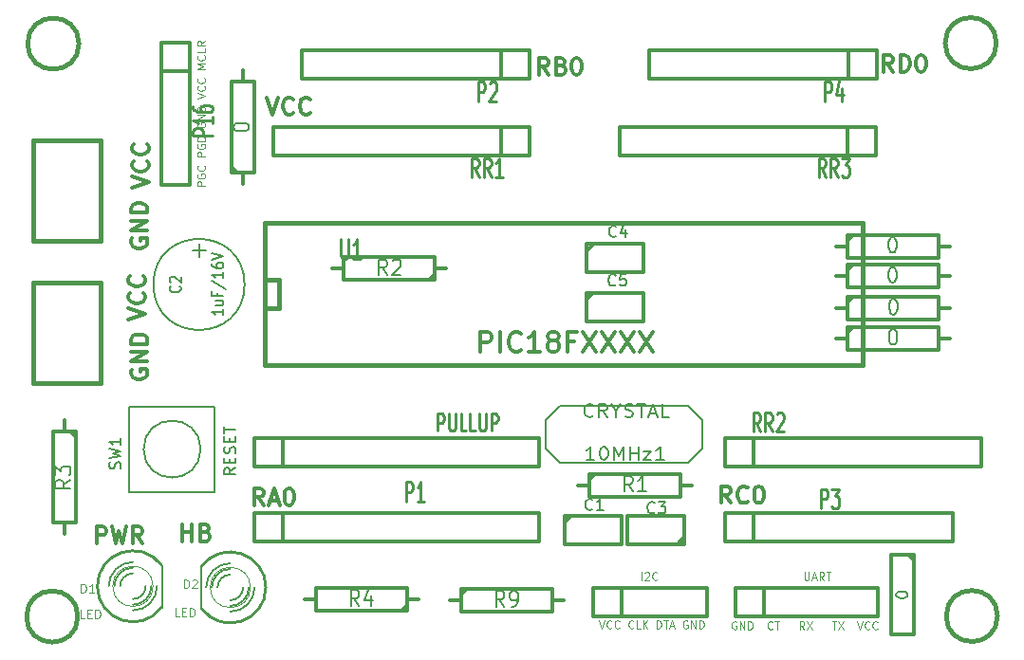
<source format=gto>
G04 (created by PCBNEW (2013-07-07 BZR 4022)-stable) date 9/17/2014 12:18:49 PM*
%MOIN*%
G04 Gerber Fmt 3.4, Leading zero omitted, Abs format*
%FSLAX34Y34*%
G01*
G70*
G90*
G04 APERTURE LIST*
%ADD10C,0.00590551*%
%ADD11C,0.00492126*%
%ADD12C,0.011811*%
%ADD13C,0.012*%
%ADD14C,0.015*%
%ADD15C,0.008*%
%ADD16C,0.003*%
%ADD17C,0.01*%
%ADD18C,0.006*%
%ADD19C,0.005*%
%ADD20C,0.0107*%
%ADD21C,0.01125*%
%ADD22C,0.0035*%
G04 APERTURE END LIST*
G54D10*
G54D11*
X75601Y-62826D02*
X75601Y-63049D01*
X75614Y-63075D01*
X75627Y-63088D01*
X75653Y-63102D01*
X75706Y-63102D01*
X75732Y-63088D01*
X75745Y-63075D01*
X75758Y-63049D01*
X75758Y-62826D01*
X75876Y-63023D02*
X76008Y-63023D01*
X75850Y-63102D02*
X75942Y-62826D01*
X76034Y-63102D01*
X76283Y-63102D02*
X76191Y-62970D01*
X76126Y-63102D02*
X76126Y-62826D01*
X76231Y-62826D01*
X76257Y-62839D01*
X76270Y-62852D01*
X76283Y-62879D01*
X76283Y-62918D01*
X76270Y-62944D01*
X76257Y-62957D01*
X76231Y-62970D01*
X76126Y-62970D01*
X76362Y-62826D02*
X76519Y-62826D01*
X76441Y-63102D02*
X76441Y-62826D01*
X69871Y-63102D02*
X69871Y-62826D01*
X69990Y-62852D02*
X70003Y-62839D01*
X70029Y-62826D01*
X70095Y-62826D01*
X70121Y-62839D01*
X70134Y-62852D01*
X70147Y-62879D01*
X70147Y-62905D01*
X70134Y-62944D01*
X69976Y-63102D01*
X70147Y-63102D01*
X70423Y-63075D02*
X70409Y-63088D01*
X70370Y-63102D01*
X70344Y-63102D01*
X70304Y-63088D01*
X70278Y-63062D01*
X70265Y-63036D01*
X70252Y-62983D01*
X70252Y-62944D01*
X70265Y-62892D01*
X70278Y-62865D01*
X70304Y-62839D01*
X70344Y-62826D01*
X70370Y-62826D01*
X70409Y-62839D01*
X70423Y-62852D01*
G54D12*
X50728Y-61813D02*
X50728Y-61223D01*
X50953Y-61223D01*
X51009Y-61251D01*
X51037Y-61279D01*
X51065Y-61335D01*
X51065Y-61420D01*
X51037Y-61476D01*
X51009Y-61504D01*
X50953Y-61532D01*
X50728Y-61532D01*
X51262Y-61223D02*
X51403Y-61813D01*
X51515Y-61392D01*
X51628Y-61813D01*
X51768Y-61223D01*
X52331Y-61813D02*
X52134Y-61532D01*
X51993Y-61813D02*
X51993Y-61223D01*
X52218Y-61223D01*
X52275Y-61251D01*
X52303Y-61279D01*
X52331Y-61335D01*
X52331Y-61420D01*
X52303Y-61476D01*
X52275Y-61504D01*
X52218Y-61532D01*
X51993Y-61532D01*
G54D11*
X73200Y-64573D02*
X73174Y-64560D01*
X73135Y-64560D01*
X73095Y-64573D01*
X73069Y-64599D01*
X73056Y-64625D01*
X73043Y-64678D01*
X73043Y-64717D01*
X73056Y-64770D01*
X73069Y-64796D01*
X73095Y-64822D01*
X73135Y-64835D01*
X73161Y-64835D01*
X73200Y-64822D01*
X73213Y-64809D01*
X73213Y-64717D01*
X73161Y-64717D01*
X73332Y-64835D02*
X73332Y-64560D01*
X73489Y-64835D01*
X73489Y-64560D01*
X73620Y-64835D02*
X73620Y-64560D01*
X73686Y-64560D01*
X73725Y-64573D01*
X73751Y-64599D01*
X73765Y-64625D01*
X73778Y-64678D01*
X73778Y-64717D01*
X73765Y-64770D01*
X73751Y-64796D01*
X73725Y-64822D01*
X73686Y-64835D01*
X73620Y-64835D01*
X74473Y-64809D02*
X74460Y-64822D01*
X74421Y-64835D01*
X74395Y-64835D01*
X74355Y-64822D01*
X74329Y-64796D01*
X74316Y-64770D01*
X74303Y-64717D01*
X74303Y-64678D01*
X74316Y-64625D01*
X74329Y-64599D01*
X74355Y-64573D01*
X74395Y-64560D01*
X74421Y-64560D01*
X74460Y-64573D01*
X74473Y-64586D01*
X74552Y-64560D02*
X74709Y-64560D01*
X74631Y-64835D02*
X74631Y-64560D01*
X75589Y-64835D02*
X75497Y-64704D01*
X75431Y-64835D02*
X75431Y-64560D01*
X75536Y-64560D01*
X75562Y-64573D01*
X75576Y-64586D01*
X75589Y-64612D01*
X75589Y-64652D01*
X75576Y-64678D01*
X75562Y-64691D01*
X75536Y-64704D01*
X75431Y-64704D01*
X75681Y-64560D02*
X75864Y-64835D01*
X75864Y-64560D02*
X75681Y-64835D01*
X76560Y-64560D02*
X76717Y-64560D01*
X76639Y-64835D02*
X76639Y-64560D01*
X76783Y-64560D02*
X76967Y-64835D01*
X76967Y-64560D02*
X76783Y-64835D01*
X77452Y-64560D02*
X77544Y-64835D01*
X77636Y-64560D01*
X77885Y-64809D02*
X77872Y-64822D01*
X77833Y-64835D01*
X77807Y-64835D01*
X77767Y-64822D01*
X77741Y-64796D01*
X77728Y-64770D01*
X77715Y-64717D01*
X77715Y-64678D01*
X77728Y-64625D01*
X77741Y-64599D01*
X77767Y-64573D01*
X77807Y-64560D01*
X77833Y-64560D01*
X77872Y-64573D01*
X77885Y-64586D01*
X78161Y-64809D02*
X78148Y-64822D01*
X78108Y-64835D01*
X78082Y-64835D01*
X78043Y-64822D01*
X78017Y-64796D01*
X78003Y-64770D01*
X77990Y-64717D01*
X77990Y-64678D01*
X78003Y-64625D01*
X78017Y-64599D01*
X78043Y-64573D01*
X78082Y-64560D01*
X78108Y-64560D01*
X78148Y-64573D01*
X78161Y-64586D01*
X68390Y-64526D02*
X68482Y-64802D01*
X68574Y-64526D01*
X68823Y-64775D02*
X68810Y-64788D01*
X68771Y-64802D01*
X68744Y-64802D01*
X68705Y-64788D01*
X68679Y-64762D01*
X68666Y-64736D01*
X68653Y-64683D01*
X68653Y-64644D01*
X68666Y-64592D01*
X68679Y-64565D01*
X68705Y-64539D01*
X68744Y-64526D01*
X68771Y-64526D01*
X68810Y-64539D01*
X68823Y-64552D01*
X69099Y-64775D02*
X69086Y-64788D01*
X69046Y-64802D01*
X69020Y-64802D01*
X68981Y-64788D01*
X68954Y-64762D01*
X68941Y-64736D01*
X68928Y-64683D01*
X68928Y-64644D01*
X68941Y-64592D01*
X68954Y-64565D01*
X68981Y-64539D01*
X69020Y-64526D01*
X69046Y-64526D01*
X69086Y-64539D01*
X69099Y-64552D01*
X69584Y-64775D02*
X69571Y-64788D01*
X69532Y-64802D01*
X69506Y-64802D01*
X69466Y-64788D01*
X69440Y-64762D01*
X69427Y-64736D01*
X69414Y-64683D01*
X69414Y-64644D01*
X69427Y-64592D01*
X69440Y-64565D01*
X69466Y-64539D01*
X69506Y-64526D01*
X69532Y-64526D01*
X69571Y-64539D01*
X69584Y-64552D01*
X69834Y-64802D02*
X69702Y-64802D01*
X69702Y-64526D01*
X69925Y-64802D02*
X69925Y-64526D01*
X70083Y-64802D02*
X69965Y-64644D01*
X70083Y-64526D02*
X69925Y-64683D01*
X70411Y-64802D02*
X70411Y-64526D01*
X70477Y-64526D01*
X70516Y-64539D01*
X70542Y-64565D01*
X70555Y-64592D01*
X70569Y-64644D01*
X70569Y-64683D01*
X70555Y-64736D01*
X70542Y-64762D01*
X70516Y-64788D01*
X70477Y-64802D01*
X70411Y-64802D01*
X70647Y-64526D02*
X70805Y-64526D01*
X70726Y-64802D02*
X70726Y-64526D01*
X70883Y-64723D02*
X71015Y-64723D01*
X70857Y-64802D02*
X70949Y-64526D01*
X71041Y-64802D01*
X71487Y-64539D02*
X71461Y-64526D01*
X71422Y-64526D01*
X71382Y-64539D01*
X71356Y-64565D01*
X71343Y-64592D01*
X71330Y-64644D01*
X71330Y-64683D01*
X71343Y-64736D01*
X71356Y-64762D01*
X71382Y-64788D01*
X71422Y-64802D01*
X71448Y-64802D01*
X71487Y-64788D01*
X71500Y-64775D01*
X71500Y-64683D01*
X71448Y-64683D01*
X71618Y-64802D02*
X71618Y-64526D01*
X71776Y-64802D01*
X71776Y-64526D01*
X71907Y-64802D02*
X71907Y-64526D01*
X71973Y-64526D01*
X72012Y-64539D01*
X72038Y-64565D01*
X72051Y-64592D01*
X72065Y-64644D01*
X72065Y-64683D01*
X72051Y-64736D01*
X72038Y-64762D01*
X72012Y-64788D01*
X71973Y-64802D01*
X71907Y-64802D01*
X54543Y-49257D02*
X54267Y-49257D01*
X54267Y-49152D01*
X54280Y-49126D01*
X54293Y-49113D01*
X54319Y-49099D01*
X54359Y-49099D01*
X54385Y-49113D01*
X54398Y-49126D01*
X54411Y-49152D01*
X54411Y-49257D01*
X54280Y-48837D02*
X54267Y-48863D01*
X54267Y-48903D01*
X54280Y-48942D01*
X54306Y-48968D01*
X54333Y-48981D01*
X54385Y-48995D01*
X54424Y-48995D01*
X54477Y-48981D01*
X54503Y-48968D01*
X54529Y-48942D01*
X54543Y-48903D01*
X54543Y-48876D01*
X54529Y-48837D01*
X54516Y-48824D01*
X54424Y-48824D01*
X54424Y-48876D01*
X54516Y-48548D02*
X54529Y-48561D01*
X54543Y-48601D01*
X54543Y-48627D01*
X54529Y-48666D01*
X54503Y-48693D01*
X54477Y-48706D01*
X54424Y-48719D01*
X54385Y-48719D01*
X54333Y-48706D01*
X54306Y-48693D01*
X54280Y-48666D01*
X54267Y-48627D01*
X54267Y-48601D01*
X54280Y-48561D01*
X54293Y-48548D01*
X54543Y-48220D02*
X54267Y-48220D01*
X54267Y-48115D01*
X54280Y-48089D01*
X54293Y-48076D01*
X54319Y-48063D01*
X54359Y-48063D01*
X54385Y-48076D01*
X54398Y-48089D01*
X54411Y-48115D01*
X54411Y-48220D01*
X54280Y-47800D02*
X54267Y-47827D01*
X54267Y-47866D01*
X54280Y-47905D01*
X54306Y-47932D01*
X54333Y-47945D01*
X54385Y-47958D01*
X54424Y-47958D01*
X54477Y-47945D01*
X54503Y-47932D01*
X54529Y-47905D01*
X54543Y-47866D01*
X54543Y-47840D01*
X54529Y-47800D01*
X54516Y-47787D01*
X54424Y-47787D01*
X54424Y-47840D01*
X54543Y-47669D02*
X54267Y-47669D01*
X54267Y-47603D01*
X54280Y-47564D01*
X54306Y-47538D01*
X54333Y-47525D01*
X54385Y-47512D01*
X54424Y-47512D01*
X54477Y-47525D01*
X54503Y-47538D01*
X54529Y-47564D01*
X54543Y-47603D01*
X54543Y-47669D01*
X54280Y-47039D02*
X54267Y-47065D01*
X54267Y-47105D01*
X54280Y-47144D01*
X54306Y-47170D01*
X54333Y-47183D01*
X54385Y-47197D01*
X54424Y-47197D01*
X54477Y-47183D01*
X54503Y-47170D01*
X54529Y-47144D01*
X54543Y-47105D01*
X54543Y-47079D01*
X54529Y-47039D01*
X54516Y-47026D01*
X54424Y-47026D01*
X54424Y-47079D01*
X54543Y-46908D02*
X54267Y-46908D01*
X54543Y-46750D01*
X54267Y-46750D01*
X54543Y-46619D02*
X54267Y-46619D01*
X54267Y-46554D01*
X54280Y-46514D01*
X54306Y-46488D01*
X54333Y-46475D01*
X54385Y-46462D01*
X54424Y-46462D01*
X54477Y-46475D01*
X54503Y-46488D01*
X54529Y-46514D01*
X54543Y-46554D01*
X54543Y-46619D01*
X54267Y-46173D02*
X54543Y-46081D01*
X54267Y-45989D01*
X54516Y-45740D02*
X54529Y-45753D01*
X54543Y-45792D01*
X54543Y-45819D01*
X54529Y-45858D01*
X54503Y-45884D01*
X54477Y-45897D01*
X54424Y-45911D01*
X54385Y-45911D01*
X54333Y-45897D01*
X54306Y-45884D01*
X54280Y-45858D01*
X54267Y-45819D01*
X54267Y-45792D01*
X54280Y-45753D01*
X54293Y-45740D01*
X54516Y-45464D02*
X54529Y-45477D01*
X54543Y-45517D01*
X54543Y-45543D01*
X54529Y-45582D01*
X54503Y-45609D01*
X54477Y-45622D01*
X54424Y-45635D01*
X54385Y-45635D01*
X54333Y-45622D01*
X54306Y-45609D01*
X54280Y-45582D01*
X54267Y-45543D01*
X54267Y-45517D01*
X54280Y-45477D01*
X54293Y-45464D01*
X54543Y-45136D02*
X54267Y-45136D01*
X54464Y-45044D01*
X54267Y-44953D01*
X54543Y-44953D01*
X54516Y-44664D02*
X54529Y-44677D01*
X54543Y-44716D01*
X54543Y-44743D01*
X54529Y-44782D01*
X54503Y-44808D01*
X54477Y-44821D01*
X54424Y-44834D01*
X54385Y-44834D01*
X54333Y-44821D01*
X54306Y-44808D01*
X54280Y-44782D01*
X54267Y-44743D01*
X54267Y-44716D01*
X54280Y-44677D01*
X54293Y-44664D01*
X54543Y-44414D02*
X54543Y-44546D01*
X54267Y-44546D01*
X54543Y-44165D02*
X54411Y-44257D01*
X54543Y-44323D02*
X54267Y-44323D01*
X54267Y-44218D01*
X54280Y-44191D01*
X54293Y-44178D01*
X54319Y-44165D01*
X54359Y-44165D01*
X54385Y-44178D01*
X54398Y-44191D01*
X54411Y-44218D01*
X54411Y-44323D01*
G54D12*
X53748Y-61735D02*
X53748Y-61144D01*
X53748Y-61425D02*
X54086Y-61425D01*
X54086Y-61735D02*
X54086Y-61144D01*
X54564Y-61425D02*
X54648Y-61453D01*
X54676Y-61482D01*
X54704Y-61538D01*
X54704Y-61622D01*
X54676Y-61678D01*
X54648Y-61706D01*
X54592Y-61735D01*
X54367Y-61735D01*
X54367Y-61144D01*
X54564Y-61144D01*
X54620Y-61172D01*
X54648Y-61200D01*
X54676Y-61257D01*
X54676Y-61313D01*
X54648Y-61369D01*
X54620Y-61397D01*
X54564Y-61425D01*
X54367Y-61425D01*
X56712Y-46148D02*
X56909Y-46739D01*
X57106Y-46148D01*
X57640Y-46682D02*
X57612Y-46710D01*
X57528Y-46739D01*
X57471Y-46739D01*
X57387Y-46710D01*
X57331Y-46654D01*
X57303Y-46598D01*
X57275Y-46485D01*
X57275Y-46401D01*
X57303Y-46289D01*
X57331Y-46232D01*
X57387Y-46176D01*
X57471Y-46148D01*
X57528Y-46148D01*
X57612Y-46176D01*
X57640Y-46204D01*
X58231Y-46682D02*
X58203Y-46710D01*
X58118Y-46739D01*
X58062Y-46739D01*
X57978Y-46710D01*
X57921Y-46654D01*
X57893Y-46598D01*
X57865Y-46485D01*
X57865Y-46401D01*
X57893Y-46289D01*
X57921Y-46232D01*
X57978Y-46176D01*
X58062Y-46148D01*
X58118Y-46148D01*
X58203Y-46176D01*
X58231Y-46204D01*
X51960Y-51099D02*
X51931Y-51155D01*
X51931Y-51240D01*
X51960Y-51324D01*
X52016Y-51380D01*
X52072Y-51408D01*
X52185Y-51437D01*
X52269Y-51437D01*
X52381Y-51408D01*
X52438Y-51380D01*
X52494Y-51324D01*
X52522Y-51240D01*
X52522Y-51183D01*
X52494Y-51099D01*
X52466Y-51071D01*
X52269Y-51071D01*
X52269Y-51183D01*
X52522Y-50818D02*
X51931Y-50818D01*
X52522Y-50480D01*
X51931Y-50480D01*
X52522Y-50199D02*
X51931Y-50199D01*
X51931Y-50059D01*
X51960Y-49974D01*
X52016Y-49918D01*
X52072Y-49890D01*
X52185Y-49862D01*
X52269Y-49862D01*
X52381Y-49890D01*
X52438Y-49918D01*
X52494Y-49974D01*
X52522Y-50059D01*
X52522Y-50199D01*
X51979Y-49305D02*
X52570Y-49108D01*
X51979Y-48911D01*
X52514Y-48377D02*
X52542Y-48405D01*
X52570Y-48489D01*
X52570Y-48546D01*
X52542Y-48630D01*
X52486Y-48686D01*
X52429Y-48714D01*
X52317Y-48743D01*
X52233Y-48743D01*
X52120Y-48714D01*
X52064Y-48686D01*
X52008Y-48630D01*
X51979Y-48546D01*
X51979Y-48489D01*
X52008Y-48405D01*
X52036Y-48377D01*
X52514Y-47786D02*
X52542Y-47815D01*
X52570Y-47899D01*
X52570Y-47955D01*
X52542Y-48040D01*
X52486Y-48096D01*
X52429Y-48124D01*
X52317Y-48152D01*
X52233Y-48152D01*
X52120Y-48124D01*
X52064Y-48096D01*
X52008Y-48040D01*
X51979Y-47955D01*
X51979Y-47899D01*
X52008Y-47815D01*
X52036Y-47786D01*
X51960Y-55705D02*
X51931Y-55762D01*
X51931Y-55846D01*
X51960Y-55930D01*
X52016Y-55987D01*
X52072Y-56015D01*
X52185Y-56043D01*
X52269Y-56043D01*
X52381Y-56015D01*
X52438Y-55987D01*
X52494Y-55930D01*
X52522Y-55846D01*
X52522Y-55790D01*
X52494Y-55705D01*
X52466Y-55677D01*
X52269Y-55677D01*
X52269Y-55790D01*
X52522Y-55424D02*
X51931Y-55424D01*
X52522Y-55087D01*
X51931Y-55087D01*
X52522Y-54805D02*
X51931Y-54805D01*
X51931Y-54665D01*
X51960Y-54580D01*
X52016Y-54524D01*
X52072Y-54496D01*
X52185Y-54468D01*
X52269Y-54468D01*
X52381Y-54496D01*
X52438Y-54524D01*
X52494Y-54580D01*
X52522Y-54665D01*
X52522Y-54805D01*
X51853Y-53937D02*
X52443Y-53740D01*
X51853Y-53543D01*
X52387Y-53008D02*
X52415Y-53037D01*
X52443Y-53121D01*
X52443Y-53177D01*
X52415Y-53262D01*
X52359Y-53318D01*
X52303Y-53346D01*
X52190Y-53374D01*
X52106Y-53374D01*
X51993Y-53346D01*
X51937Y-53318D01*
X51881Y-53262D01*
X51853Y-53177D01*
X51853Y-53121D01*
X51881Y-53037D01*
X51909Y-53008D01*
X52387Y-52418D02*
X52415Y-52446D01*
X52443Y-52530D01*
X52443Y-52587D01*
X52415Y-52671D01*
X52359Y-52727D01*
X52303Y-52755D01*
X52190Y-52784D01*
X52106Y-52784D01*
X51993Y-52755D01*
X51937Y-52727D01*
X51881Y-52671D01*
X51853Y-52587D01*
X51853Y-52530D01*
X51881Y-52446D01*
X51909Y-52418D01*
X56597Y-60475D02*
X56400Y-60194D01*
X56259Y-60475D02*
X56259Y-59884D01*
X56484Y-59884D01*
X56541Y-59912D01*
X56569Y-59940D01*
X56597Y-59997D01*
X56597Y-60081D01*
X56569Y-60137D01*
X56541Y-60165D01*
X56484Y-60194D01*
X56259Y-60194D01*
X56822Y-60306D02*
X57103Y-60306D01*
X56766Y-60475D02*
X56962Y-59884D01*
X57159Y-60475D01*
X57469Y-59884D02*
X57525Y-59884D01*
X57581Y-59912D01*
X57609Y-59940D01*
X57637Y-59997D01*
X57665Y-60109D01*
X57665Y-60250D01*
X57637Y-60362D01*
X57609Y-60419D01*
X57581Y-60447D01*
X57525Y-60475D01*
X57469Y-60475D01*
X57412Y-60447D01*
X57384Y-60419D01*
X57356Y-60362D01*
X57328Y-60250D01*
X57328Y-60109D01*
X57356Y-59997D01*
X57384Y-59940D01*
X57412Y-59912D01*
X57469Y-59884D01*
X73011Y-60396D02*
X72814Y-60115D01*
X72674Y-60396D02*
X72674Y-59805D01*
X72899Y-59805D01*
X72955Y-59834D01*
X72983Y-59862D01*
X73011Y-59918D01*
X73011Y-60002D01*
X72983Y-60059D01*
X72955Y-60087D01*
X72899Y-60115D01*
X72674Y-60115D01*
X73602Y-60340D02*
X73574Y-60368D01*
X73489Y-60396D01*
X73433Y-60396D01*
X73349Y-60368D01*
X73293Y-60312D01*
X73264Y-60255D01*
X73236Y-60143D01*
X73236Y-60059D01*
X73264Y-59946D01*
X73293Y-59890D01*
X73349Y-59834D01*
X73433Y-59805D01*
X73489Y-59805D01*
X73574Y-59834D01*
X73602Y-59862D01*
X73967Y-59805D02*
X74024Y-59805D01*
X74080Y-59834D01*
X74108Y-59862D01*
X74136Y-59918D01*
X74164Y-60030D01*
X74164Y-60171D01*
X74136Y-60284D01*
X74108Y-60340D01*
X74080Y-60368D01*
X74024Y-60396D01*
X73967Y-60396D01*
X73911Y-60368D01*
X73883Y-60340D01*
X73855Y-60284D01*
X73827Y-60171D01*
X73827Y-60030D01*
X73855Y-59918D01*
X73883Y-59862D01*
X73911Y-59834D01*
X73967Y-59805D01*
X78706Y-45239D02*
X78509Y-44957D01*
X78368Y-45239D02*
X78368Y-44648D01*
X78593Y-44648D01*
X78650Y-44676D01*
X78678Y-44704D01*
X78706Y-44760D01*
X78706Y-44845D01*
X78678Y-44901D01*
X78650Y-44929D01*
X78593Y-44957D01*
X78368Y-44957D01*
X78959Y-45239D02*
X78959Y-44648D01*
X79100Y-44648D01*
X79184Y-44676D01*
X79240Y-44732D01*
X79268Y-44789D01*
X79296Y-44901D01*
X79296Y-44985D01*
X79268Y-45098D01*
X79240Y-45154D01*
X79184Y-45210D01*
X79100Y-45239D01*
X78959Y-45239D01*
X79662Y-44648D02*
X79718Y-44648D01*
X79774Y-44676D01*
X79803Y-44704D01*
X79831Y-44760D01*
X79859Y-44873D01*
X79859Y-45014D01*
X79831Y-45126D01*
X79803Y-45182D01*
X79774Y-45210D01*
X79718Y-45239D01*
X79662Y-45239D01*
X79606Y-45210D01*
X79578Y-45182D01*
X79549Y-45126D01*
X79521Y-45014D01*
X79521Y-44873D01*
X79549Y-44760D01*
X79578Y-44704D01*
X79606Y-44676D01*
X79662Y-44648D01*
X66606Y-45339D02*
X66409Y-45057D01*
X66268Y-45339D02*
X66268Y-44748D01*
X66493Y-44748D01*
X66550Y-44776D01*
X66578Y-44804D01*
X66606Y-44860D01*
X66606Y-44945D01*
X66578Y-45001D01*
X66550Y-45029D01*
X66493Y-45057D01*
X66268Y-45057D01*
X67056Y-45029D02*
X67140Y-45057D01*
X67168Y-45085D01*
X67196Y-45142D01*
X67196Y-45226D01*
X67168Y-45282D01*
X67140Y-45310D01*
X67084Y-45339D01*
X66859Y-45339D01*
X66859Y-44748D01*
X67056Y-44748D01*
X67112Y-44776D01*
X67140Y-44804D01*
X67168Y-44860D01*
X67168Y-44917D01*
X67140Y-44973D01*
X67112Y-45001D01*
X67056Y-45029D01*
X66859Y-45029D01*
X67562Y-44748D02*
X67618Y-44748D01*
X67674Y-44776D01*
X67703Y-44804D01*
X67731Y-44860D01*
X67759Y-44973D01*
X67759Y-45114D01*
X67731Y-45226D01*
X67703Y-45282D01*
X67674Y-45310D01*
X67618Y-45339D01*
X67562Y-45339D01*
X67506Y-45310D01*
X67478Y-45282D01*
X67449Y-45226D01*
X67421Y-45114D01*
X67421Y-44973D01*
X67449Y-44860D01*
X67478Y-44804D01*
X67506Y-44776D01*
X67562Y-44748D01*
G54D13*
X56259Y-61759D02*
X56259Y-60759D01*
X56259Y-60759D02*
X66259Y-60759D01*
X66259Y-60759D02*
X66259Y-61759D01*
X66259Y-61759D02*
X56259Y-61759D01*
X57259Y-61759D02*
X57259Y-60759D01*
G54D14*
X56650Y-52550D02*
X57150Y-52550D01*
X57150Y-52550D02*
X57150Y-53550D01*
X57150Y-53550D02*
X56650Y-53550D01*
X56650Y-50550D02*
X77650Y-50550D01*
X77650Y-50550D02*
X77650Y-55550D01*
X77650Y-55550D02*
X56650Y-55550D01*
X56650Y-55550D02*
X56650Y-50550D01*
G54D13*
X65950Y-45500D02*
X57950Y-45500D01*
X57950Y-45500D02*
X57950Y-44500D01*
X57950Y-44500D02*
X65950Y-44500D01*
X65950Y-44500D02*
X65950Y-45500D01*
X64950Y-44500D02*
X64950Y-45500D01*
X72811Y-60759D02*
X80811Y-60759D01*
X80811Y-60759D02*
X80811Y-61759D01*
X80811Y-61759D02*
X72811Y-61759D01*
X72811Y-61759D02*
X72811Y-60759D01*
X73811Y-61759D02*
X73811Y-60759D01*
X78125Y-45500D02*
X70125Y-45500D01*
X70125Y-45500D02*
X70125Y-44500D01*
X70125Y-44500D02*
X78125Y-44500D01*
X78125Y-44500D02*
X78125Y-45500D01*
X77125Y-44500D02*
X77125Y-45500D01*
X63023Y-52165D02*
X62623Y-52165D01*
X62623Y-52165D02*
X62623Y-52565D01*
X62623Y-52565D02*
X59423Y-52565D01*
X59423Y-52565D02*
X59423Y-51765D01*
X59423Y-51765D02*
X62623Y-51765D01*
X62623Y-51765D02*
X62623Y-52165D01*
X62623Y-52365D02*
X62423Y-52565D01*
X59023Y-52165D02*
X59423Y-52165D01*
X67650Y-59775D02*
X68050Y-59775D01*
X68050Y-59775D02*
X68050Y-59375D01*
X68050Y-59375D02*
X71250Y-59375D01*
X71250Y-59375D02*
X71250Y-60175D01*
X71250Y-60175D02*
X68050Y-60175D01*
X68050Y-60175D02*
X68050Y-59775D01*
X68050Y-59575D02*
X68250Y-59375D01*
X71650Y-59775D02*
X71250Y-59775D01*
X62040Y-63790D02*
X61640Y-63790D01*
X61640Y-63790D02*
X61640Y-64190D01*
X61640Y-64190D02*
X58440Y-64190D01*
X58440Y-64190D02*
X58440Y-63390D01*
X58440Y-63390D02*
X61640Y-63390D01*
X61640Y-63390D02*
X61640Y-63790D01*
X61640Y-63990D02*
X61440Y-64190D01*
X58040Y-63790D02*
X58440Y-63790D01*
X49600Y-57500D02*
X49600Y-57900D01*
X49600Y-57900D02*
X50000Y-57900D01*
X50000Y-57900D02*
X50000Y-61100D01*
X50000Y-61100D02*
X49200Y-61100D01*
X49200Y-61100D02*
X49200Y-57900D01*
X49200Y-57900D02*
X49600Y-57900D01*
X49800Y-57900D02*
X50000Y-58100D01*
X49600Y-61500D02*
X49600Y-61100D01*
G54D15*
X55930Y-52716D02*
G75*
G03X55930Y-52716I-1600J0D01*
G74*
G01*
G54D13*
X67946Y-53004D02*
X69926Y-53004D01*
X69926Y-53004D02*
X69926Y-54004D01*
X69926Y-54004D02*
X67926Y-54004D01*
X67926Y-54004D02*
X67926Y-53004D01*
X67926Y-53254D02*
X68176Y-53004D01*
X67968Y-51288D02*
X69948Y-51288D01*
X69948Y-51288D02*
X69948Y-52288D01*
X69948Y-52288D02*
X67948Y-52288D01*
X67948Y-52288D02*
X67948Y-51288D01*
X67948Y-51538D02*
X68198Y-51288D01*
X67189Y-60838D02*
X69169Y-60838D01*
X69169Y-60838D02*
X69169Y-61838D01*
X69169Y-61838D02*
X67169Y-61838D01*
X67169Y-61838D02*
X67169Y-60838D01*
X67169Y-61088D02*
X67419Y-60838D01*
X71355Y-61850D02*
X69375Y-61850D01*
X69375Y-61850D02*
X69375Y-60850D01*
X69375Y-60850D02*
X71375Y-60850D01*
X71375Y-60850D02*
X71375Y-61850D01*
X71375Y-61600D02*
X71125Y-61850D01*
G54D14*
X50881Y-52644D02*
X50881Y-56187D01*
X50881Y-56187D02*
X48518Y-56187D01*
X48518Y-56187D02*
X48518Y-52644D01*
X48518Y-52644D02*
X50881Y-52644D01*
G54D13*
X56950Y-48175D02*
X56950Y-47175D01*
X56950Y-47175D02*
X65950Y-47175D01*
X65950Y-47175D02*
X65950Y-48175D01*
X56950Y-48175D02*
X65950Y-48175D01*
X64950Y-48175D02*
X64950Y-47175D01*
G54D15*
X54411Y-62616D02*
X54411Y-64116D01*
G54D16*
X56138Y-63366D02*
G75*
G03X56138Y-63366I-707J0D01*
G74*
G01*
G54D17*
X54431Y-64116D02*
G75*
G03X54431Y-62615I999J750D01*
G74*
G01*
G54D18*
X55431Y-63816D02*
G75*
G03X55881Y-63366I0J450D01*
G74*
G01*
X55431Y-62916D02*
G75*
G03X54981Y-63366I0J-450D01*
G74*
G01*
X55431Y-64016D02*
G75*
G03X56081Y-63366I0J650D01*
G74*
G01*
X55431Y-62716D02*
G75*
G03X54781Y-63366I0J-650D01*
G74*
G01*
X55431Y-64216D02*
G75*
G03X56281Y-63366I0J850D01*
G74*
G01*
X55431Y-62516D02*
G75*
G03X54581Y-63366I0J-850D01*
G74*
G01*
G54D15*
X53029Y-64076D02*
X53029Y-62576D01*
G54D16*
X52716Y-63326D02*
G75*
G03X52716Y-63326I-707J0D01*
G74*
G01*
G54D17*
X53009Y-62576D02*
G75*
G03X53009Y-64077I-999J-750D01*
G74*
G01*
G54D18*
X52009Y-62876D02*
G75*
G03X51559Y-63326I0J-450D01*
G74*
G01*
X52009Y-63776D02*
G75*
G03X52459Y-63326I0J450D01*
G74*
G01*
X52009Y-62676D02*
G75*
G03X51359Y-63326I0J-650D01*
G74*
G01*
X52009Y-63976D02*
G75*
G03X52659Y-63326I0J650D01*
G74*
G01*
X52009Y-62476D02*
G75*
G03X51159Y-63326I0J-850D01*
G74*
G01*
X52009Y-64176D02*
G75*
G03X52859Y-63326I0J850D01*
G74*
G01*
G54D13*
X76692Y-51377D02*
X77092Y-51377D01*
X77092Y-51377D02*
X77092Y-50977D01*
X77092Y-50977D02*
X80292Y-50977D01*
X80292Y-50977D02*
X80292Y-51777D01*
X80292Y-51777D02*
X77092Y-51777D01*
X77092Y-51777D02*
X77092Y-51377D01*
X77092Y-51177D02*
X77292Y-50977D01*
X80692Y-51377D02*
X80292Y-51377D01*
X76692Y-52429D02*
X77092Y-52429D01*
X77092Y-52429D02*
X77092Y-52029D01*
X77092Y-52029D02*
X80292Y-52029D01*
X80292Y-52029D02*
X80292Y-52829D01*
X80292Y-52829D02*
X77092Y-52829D01*
X77092Y-52829D02*
X77092Y-52429D01*
X77092Y-52229D02*
X77292Y-52029D01*
X80692Y-52429D02*
X80292Y-52429D01*
X76716Y-53547D02*
X77116Y-53547D01*
X77116Y-53547D02*
X77116Y-53147D01*
X77116Y-53147D02*
X80316Y-53147D01*
X80316Y-53147D02*
X80316Y-53947D01*
X80316Y-53947D02*
X77116Y-53947D01*
X77116Y-53947D02*
X77116Y-53547D01*
X77116Y-53347D02*
X77316Y-53147D01*
X80716Y-53547D02*
X80316Y-53547D01*
X76708Y-54610D02*
X77108Y-54610D01*
X77108Y-54610D02*
X77108Y-54210D01*
X77108Y-54210D02*
X80308Y-54210D01*
X80308Y-54210D02*
X80308Y-55010D01*
X80308Y-55010D02*
X77108Y-55010D01*
X77108Y-55010D02*
X77108Y-54610D01*
X77108Y-54410D02*
X77308Y-54210D01*
X80708Y-54610D02*
X80308Y-54610D01*
G54D19*
X54385Y-58503D02*
G75*
G03X54385Y-58503I-1000J0D01*
G74*
G01*
X51885Y-60003D02*
X51885Y-57003D01*
X51885Y-57003D02*
X54885Y-57003D01*
X54885Y-57003D02*
X54885Y-60003D01*
X51885Y-60003D02*
X54885Y-60003D01*
G54D13*
X81822Y-58122D02*
X81822Y-59122D01*
X81822Y-59122D02*
X72822Y-59122D01*
X72822Y-59122D02*
X72822Y-58122D01*
X81822Y-58122D02*
X72822Y-58122D01*
X73822Y-58122D02*
X73822Y-59122D01*
X69122Y-48175D02*
X69122Y-47175D01*
X69122Y-47175D02*
X78122Y-47175D01*
X78122Y-47175D02*
X78122Y-48175D01*
X69122Y-48175D02*
X78122Y-48175D01*
X77122Y-48175D02*
X77122Y-47175D01*
X53023Y-44204D02*
X54023Y-44204D01*
X54023Y-44204D02*
X54023Y-49204D01*
X54023Y-49204D02*
X53023Y-49204D01*
X53023Y-49204D02*
X53023Y-44204D01*
X53023Y-45204D02*
X54023Y-45204D01*
X73161Y-64397D02*
X73161Y-63397D01*
X73161Y-63397D02*
X78161Y-63397D01*
X78161Y-63397D02*
X78161Y-64397D01*
X78161Y-64397D02*
X73161Y-64397D01*
X74161Y-64397D02*
X74161Y-63397D01*
X68177Y-63397D02*
X68177Y-63397D01*
X68177Y-64397D02*
X68177Y-63397D01*
X68177Y-63397D02*
X68177Y-63397D01*
X68177Y-63397D02*
X72177Y-63397D01*
X72177Y-63397D02*
X72177Y-64397D01*
X72177Y-64397D02*
X68177Y-64397D01*
X69177Y-64397D02*
X69177Y-63397D01*
X56259Y-59122D02*
X56259Y-58122D01*
X56259Y-58122D02*
X66259Y-58122D01*
X66259Y-58122D02*
X66259Y-59122D01*
X66259Y-59122D02*
X56259Y-59122D01*
X57259Y-59122D02*
X57259Y-58122D01*
X63137Y-63818D02*
X63537Y-63818D01*
X63537Y-63818D02*
X63537Y-63418D01*
X63537Y-63418D02*
X66737Y-63418D01*
X66737Y-63418D02*
X66737Y-64218D01*
X66737Y-64218D02*
X63537Y-64218D01*
X63537Y-64218D02*
X63537Y-63818D01*
X63537Y-63618D02*
X63737Y-63418D01*
X67137Y-63818D02*
X66737Y-63818D01*
X55866Y-49185D02*
X55866Y-48785D01*
X55866Y-48785D02*
X55466Y-48785D01*
X55466Y-48785D02*
X55466Y-45585D01*
X55466Y-45585D02*
X56266Y-45585D01*
X56266Y-45585D02*
X56266Y-48785D01*
X56266Y-48785D02*
X55866Y-48785D01*
X55666Y-48785D02*
X55466Y-48585D01*
X55866Y-45185D02*
X55866Y-45585D01*
G54D18*
X72001Y-58492D02*
X71501Y-58992D01*
X67001Y-58992D02*
X66501Y-58492D01*
X66501Y-57492D02*
X67001Y-56992D01*
X72001Y-57492D02*
X71501Y-56992D01*
X71501Y-58992D02*
X67001Y-58992D01*
X72001Y-58492D02*
X72001Y-57492D01*
X71501Y-56992D02*
X67001Y-56992D01*
X66501Y-57492D02*
X66501Y-58492D01*
G54D13*
X79455Y-62222D02*
X79455Y-65022D01*
X79455Y-65022D02*
X78655Y-65022D01*
X78655Y-65022D02*
X78655Y-62222D01*
X78655Y-62222D02*
X79455Y-62222D01*
X79255Y-62222D02*
X79455Y-62422D01*
G54D14*
X50866Y-47637D02*
X50866Y-51181D01*
X50866Y-51181D02*
X48503Y-51181D01*
X48503Y-51181D02*
X48503Y-47637D01*
X48503Y-47637D02*
X50866Y-47637D01*
X50112Y-44251D02*
G75*
G03X50112Y-44251I-900J0D01*
G74*
G01*
X82337Y-44232D02*
G75*
G03X82337Y-44232I-900J0D01*
G74*
G01*
X82376Y-64370D02*
G75*
G03X82376Y-64370I-900J0D01*
G74*
G01*
X50073Y-64389D02*
G75*
G03X50073Y-64389I-900J0D01*
G74*
G01*
G54D20*
X61593Y-60335D02*
X61593Y-59654D01*
X61756Y-59654D01*
X61797Y-59686D01*
X61818Y-59719D01*
X61838Y-59784D01*
X61838Y-59881D01*
X61818Y-59946D01*
X61797Y-59978D01*
X61756Y-60011D01*
X61593Y-60011D01*
X62246Y-60335D02*
X62001Y-60335D01*
X62123Y-60335D02*
X62123Y-59654D01*
X62083Y-59751D01*
X62042Y-59816D01*
X62001Y-59849D01*
G54D21*
X59307Y-51133D02*
X59307Y-51700D01*
X59328Y-51766D01*
X59350Y-51800D01*
X59392Y-51833D01*
X59478Y-51833D01*
X59521Y-51800D01*
X59542Y-51766D01*
X59564Y-51700D01*
X59564Y-51133D01*
X60014Y-51833D02*
X59757Y-51833D01*
X59885Y-51833D02*
X59885Y-51133D01*
X59842Y-51233D01*
X59800Y-51300D01*
X59757Y-51333D01*
G54D13*
X64200Y-55083D02*
X64200Y-54383D01*
X64466Y-54383D01*
X64533Y-54416D01*
X64566Y-54450D01*
X64600Y-54516D01*
X64600Y-54616D01*
X64566Y-54683D01*
X64533Y-54716D01*
X64466Y-54750D01*
X64200Y-54750D01*
X64900Y-55083D02*
X64900Y-54383D01*
X65633Y-55016D02*
X65600Y-55050D01*
X65500Y-55083D01*
X65433Y-55083D01*
X65333Y-55050D01*
X65266Y-54983D01*
X65233Y-54916D01*
X65200Y-54783D01*
X65200Y-54683D01*
X65233Y-54550D01*
X65266Y-54483D01*
X65333Y-54416D01*
X65433Y-54383D01*
X65500Y-54383D01*
X65600Y-54416D01*
X65633Y-54450D01*
X66300Y-55083D02*
X65900Y-55083D01*
X66100Y-55083D02*
X66100Y-54383D01*
X66033Y-54483D01*
X65966Y-54550D01*
X65900Y-54583D01*
X66700Y-54683D02*
X66633Y-54650D01*
X66600Y-54616D01*
X66566Y-54550D01*
X66566Y-54516D01*
X66600Y-54450D01*
X66633Y-54416D01*
X66700Y-54383D01*
X66833Y-54383D01*
X66900Y-54416D01*
X66933Y-54450D01*
X66966Y-54516D01*
X66966Y-54550D01*
X66933Y-54616D01*
X66900Y-54650D01*
X66833Y-54683D01*
X66700Y-54683D01*
X66633Y-54716D01*
X66600Y-54750D01*
X66566Y-54816D01*
X66566Y-54950D01*
X66600Y-55016D01*
X66633Y-55050D01*
X66700Y-55083D01*
X66833Y-55083D01*
X66900Y-55050D01*
X66933Y-55016D01*
X66966Y-54950D01*
X66966Y-54816D01*
X66933Y-54750D01*
X66900Y-54716D01*
X66833Y-54683D01*
X67500Y-54716D02*
X67266Y-54716D01*
X67266Y-55083D02*
X67266Y-54383D01*
X67600Y-54383D01*
X67800Y-54383D02*
X68266Y-55083D01*
X68266Y-54383D02*
X67800Y-55083D01*
X68466Y-54383D02*
X68933Y-55083D01*
X68933Y-54383D02*
X68466Y-55083D01*
X69133Y-54383D02*
X69600Y-55083D01*
X69600Y-54383D02*
X69133Y-55083D01*
X69800Y-54383D02*
X70266Y-55083D01*
X70266Y-54383D02*
X69800Y-55083D01*
G54D20*
X64134Y-46275D02*
X64134Y-45594D01*
X64297Y-45594D01*
X64337Y-45627D01*
X64358Y-45659D01*
X64378Y-45724D01*
X64378Y-45821D01*
X64358Y-45886D01*
X64337Y-45918D01*
X64297Y-45951D01*
X64134Y-45951D01*
X64541Y-45659D02*
X64562Y-45627D01*
X64602Y-45594D01*
X64704Y-45594D01*
X64745Y-45627D01*
X64765Y-45659D01*
X64786Y-45724D01*
X64786Y-45789D01*
X64765Y-45886D01*
X64521Y-46275D01*
X64786Y-46275D01*
G54D13*
G54D20*
X76170Y-60585D02*
X76170Y-59904D01*
X76333Y-59904D01*
X76373Y-59936D01*
X76394Y-59969D01*
X76414Y-60034D01*
X76414Y-60131D01*
X76394Y-60196D01*
X76373Y-60228D01*
X76333Y-60261D01*
X76170Y-60261D01*
X76557Y-59904D02*
X76822Y-59904D01*
X76679Y-60163D01*
X76740Y-60163D01*
X76781Y-60196D01*
X76801Y-60228D01*
X76822Y-60293D01*
X76822Y-60455D01*
X76801Y-60520D01*
X76781Y-60553D01*
X76740Y-60585D01*
X76618Y-60585D01*
X76577Y-60553D01*
X76557Y-60520D01*
G54D13*
G54D20*
X76309Y-46275D02*
X76309Y-45594D01*
X76472Y-45594D01*
X76512Y-45627D01*
X76533Y-45659D01*
X76553Y-45724D01*
X76553Y-45821D01*
X76533Y-45886D01*
X76512Y-45918D01*
X76472Y-45951D01*
X76309Y-45951D01*
X76920Y-45821D02*
X76920Y-46275D01*
X76818Y-45562D02*
X76716Y-46048D01*
X76981Y-46048D01*
G54D13*
G54D15*
X60940Y-52387D02*
X60773Y-52126D01*
X60654Y-52387D02*
X60654Y-51837D01*
X60845Y-51837D01*
X60892Y-51864D01*
X60916Y-51890D01*
X60940Y-51942D01*
X60940Y-52021D01*
X60916Y-52073D01*
X60892Y-52099D01*
X60845Y-52126D01*
X60654Y-52126D01*
X61130Y-51890D02*
X61154Y-51864D01*
X61202Y-51837D01*
X61321Y-51837D01*
X61368Y-51864D01*
X61392Y-51890D01*
X61416Y-51942D01*
X61416Y-51995D01*
X61392Y-52073D01*
X61106Y-52387D01*
X61416Y-52387D01*
X69566Y-59997D02*
X69400Y-59735D01*
X69280Y-59997D02*
X69280Y-59447D01*
X69471Y-59447D01*
X69519Y-59473D01*
X69542Y-59500D01*
X69566Y-59552D01*
X69566Y-59630D01*
X69542Y-59683D01*
X69519Y-59709D01*
X69471Y-59735D01*
X69280Y-59735D01*
X70042Y-59997D02*
X69757Y-59997D01*
X69900Y-59997D02*
X69900Y-59447D01*
X69852Y-59526D01*
X69804Y-59578D01*
X69757Y-59604D01*
X59957Y-64013D02*
X59790Y-63751D01*
X59671Y-64013D02*
X59671Y-63463D01*
X59862Y-63463D01*
X59909Y-63489D01*
X59933Y-63515D01*
X59957Y-63567D01*
X59957Y-63646D01*
X59933Y-63698D01*
X59909Y-63725D01*
X59862Y-63751D01*
X59671Y-63751D01*
X60386Y-63646D02*
X60386Y-64013D01*
X60267Y-63436D02*
X60148Y-63829D01*
X60457Y-63829D01*
X49822Y-59583D02*
X49560Y-59750D01*
X49822Y-59869D02*
X49272Y-59869D01*
X49272Y-59678D01*
X49298Y-59630D01*
X49325Y-59607D01*
X49377Y-59583D01*
X49455Y-59583D01*
X49508Y-59607D01*
X49534Y-59630D01*
X49560Y-59678D01*
X49560Y-59869D01*
X49272Y-59416D02*
X49272Y-59107D01*
X49482Y-59273D01*
X49482Y-59202D01*
X49508Y-59154D01*
X49534Y-59130D01*
X49586Y-59107D01*
X49717Y-59107D01*
X49770Y-59130D01*
X49796Y-59154D01*
X49822Y-59202D01*
X49822Y-59345D01*
X49796Y-59392D01*
X49770Y-59416D01*
X53654Y-52774D02*
X53673Y-52791D01*
X53692Y-52841D01*
X53692Y-52874D01*
X53673Y-52924D01*
X53635Y-52958D01*
X53597Y-52974D01*
X53521Y-52991D01*
X53464Y-52991D01*
X53387Y-52974D01*
X53349Y-52958D01*
X53311Y-52924D01*
X53292Y-52874D01*
X53292Y-52841D01*
X53311Y-52791D01*
X53330Y-52774D01*
X53330Y-52641D02*
X53311Y-52624D01*
X53292Y-52591D01*
X53292Y-52508D01*
X53311Y-52474D01*
X53330Y-52458D01*
X53368Y-52441D01*
X53406Y-52441D01*
X53464Y-52458D01*
X53692Y-52658D01*
X53692Y-52441D01*
X55191Y-53591D02*
X55191Y-53791D01*
X55191Y-53691D02*
X54791Y-53691D01*
X54848Y-53724D01*
X54886Y-53758D01*
X54905Y-53791D01*
X54924Y-53291D02*
X55191Y-53291D01*
X54924Y-53441D02*
X55134Y-53441D01*
X55172Y-53424D01*
X55191Y-53391D01*
X55191Y-53341D01*
X55172Y-53308D01*
X55153Y-53291D01*
X54982Y-53008D02*
X54982Y-53124D01*
X55191Y-53124D02*
X54791Y-53124D01*
X54791Y-52958D01*
X54772Y-52574D02*
X55286Y-52874D01*
X55191Y-52274D02*
X55191Y-52474D01*
X55191Y-52374D02*
X54791Y-52374D01*
X54848Y-52408D01*
X54886Y-52441D01*
X54905Y-52474D01*
X54791Y-51974D02*
X54791Y-52041D01*
X54810Y-52074D01*
X54829Y-52091D01*
X54886Y-52124D01*
X54963Y-52141D01*
X55115Y-52141D01*
X55153Y-52124D01*
X55172Y-52108D01*
X55191Y-52074D01*
X55191Y-52008D01*
X55172Y-51974D01*
X55153Y-51958D01*
X55115Y-51941D01*
X55020Y-51941D01*
X54982Y-51958D01*
X54963Y-51974D01*
X54943Y-52008D01*
X54943Y-52074D01*
X54963Y-52108D01*
X54982Y-52124D01*
X55020Y-52141D01*
X54791Y-51841D02*
X55191Y-51724D01*
X54791Y-51608D01*
X54344Y-51746D02*
X54344Y-51288D01*
X54573Y-51517D02*
X54116Y-51517D01*
X68959Y-52727D02*
X68940Y-52746D01*
X68883Y-52765D01*
X68845Y-52765D01*
X68787Y-52746D01*
X68749Y-52708D01*
X68730Y-52670D01*
X68711Y-52594D01*
X68711Y-52537D01*
X68730Y-52461D01*
X68749Y-52423D01*
X68787Y-52384D01*
X68845Y-52365D01*
X68883Y-52365D01*
X68940Y-52384D01*
X68959Y-52404D01*
X69321Y-52365D02*
X69130Y-52365D01*
X69111Y-52556D01*
X69130Y-52537D01*
X69168Y-52518D01*
X69264Y-52518D01*
X69302Y-52537D01*
X69321Y-52556D01*
X69340Y-52594D01*
X69340Y-52689D01*
X69321Y-52727D01*
X69302Y-52746D01*
X69264Y-52765D01*
X69168Y-52765D01*
X69130Y-52746D01*
X69111Y-52727D01*
X68981Y-51011D02*
X68962Y-51030D01*
X68905Y-51049D01*
X68867Y-51049D01*
X68809Y-51030D01*
X68771Y-50992D01*
X68752Y-50954D01*
X68733Y-50878D01*
X68733Y-50821D01*
X68752Y-50745D01*
X68771Y-50707D01*
X68809Y-50668D01*
X68867Y-50649D01*
X68905Y-50649D01*
X68962Y-50668D01*
X68981Y-50688D01*
X69324Y-50783D02*
X69324Y-51049D01*
X69228Y-50630D02*
X69133Y-50916D01*
X69381Y-50916D01*
X68152Y-60612D02*
X68133Y-60631D01*
X68076Y-60650D01*
X68038Y-60650D01*
X67981Y-60631D01*
X67943Y-60593D01*
X67924Y-60555D01*
X67905Y-60479D01*
X67905Y-60421D01*
X67924Y-60345D01*
X67943Y-60307D01*
X67981Y-60269D01*
X68038Y-60250D01*
X68076Y-60250D01*
X68133Y-60269D01*
X68152Y-60288D01*
X68533Y-60650D02*
X68305Y-60650D01*
X68419Y-60650D02*
X68419Y-60250D01*
X68381Y-60307D01*
X68343Y-60345D01*
X68305Y-60364D01*
X70333Y-60723D02*
X70314Y-60742D01*
X70257Y-60761D01*
X70219Y-60761D01*
X70161Y-60742D01*
X70123Y-60704D01*
X70104Y-60666D01*
X70085Y-60590D01*
X70085Y-60533D01*
X70104Y-60457D01*
X70123Y-60419D01*
X70161Y-60380D01*
X70219Y-60361D01*
X70257Y-60361D01*
X70314Y-60380D01*
X70333Y-60400D01*
X70466Y-60361D02*
X70714Y-60361D01*
X70580Y-60514D01*
X70638Y-60514D01*
X70676Y-60533D01*
X70695Y-60552D01*
X70714Y-60590D01*
X70714Y-60685D01*
X70695Y-60723D01*
X70676Y-60742D01*
X70638Y-60761D01*
X70523Y-60761D01*
X70485Y-60742D01*
X70466Y-60723D01*
G54D20*
X64164Y-48950D02*
X64022Y-48626D01*
X63920Y-48950D02*
X63920Y-48269D01*
X64083Y-48269D01*
X64123Y-48302D01*
X64144Y-48334D01*
X64164Y-48399D01*
X64164Y-48496D01*
X64144Y-48561D01*
X64123Y-48593D01*
X64083Y-48626D01*
X63920Y-48626D01*
X64592Y-48950D02*
X64450Y-48626D01*
X64348Y-48950D02*
X64348Y-48269D01*
X64511Y-48269D01*
X64551Y-48302D01*
X64572Y-48334D01*
X64592Y-48399D01*
X64592Y-48496D01*
X64572Y-48561D01*
X64551Y-48593D01*
X64511Y-48626D01*
X64348Y-48626D01*
X65000Y-48950D02*
X64755Y-48950D01*
X64878Y-48950D02*
X64878Y-48269D01*
X64837Y-48366D01*
X64796Y-48431D01*
X64755Y-48464D01*
G54D13*
G54D22*
X53810Y-63387D02*
X53810Y-63087D01*
X53881Y-63087D01*
X53924Y-63101D01*
X53952Y-63130D01*
X53967Y-63158D01*
X53981Y-63216D01*
X53981Y-63258D01*
X53967Y-63316D01*
X53952Y-63344D01*
X53924Y-63373D01*
X53881Y-63387D01*
X53810Y-63387D01*
X54095Y-63116D02*
X54110Y-63101D01*
X54138Y-63087D01*
X54210Y-63087D01*
X54238Y-63101D01*
X54252Y-63116D01*
X54267Y-63144D01*
X54267Y-63173D01*
X54252Y-63216D01*
X54081Y-63387D01*
X54267Y-63387D01*
X53638Y-64387D02*
X53495Y-64387D01*
X53495Y-64087D01*
X53738Y-64230D02*
X53838Y-64230D01*
X53881Y-64387D02*
X53738Y-64387D01*
X53738Y-64087D01*
X53881Y-64087D01*
X54010Y-64387D02*
X54010Y-64087D01*
X54081Y-64087D01*
X54124Y-64101D01*
X54152Y-64130D01*
X54167Y-64158D01*
X54181Y-64216D01*
X54181Y-64258D01*
X54167Y-64316D01*
X54152Y-64344D01*
X54124Y-64373D01*
X54081Y-64387D01*
X54010Y-64387D01*
X50188Y-63548D02*
X50188Y-63248D01*
X50259Y-63248D01*
X50302Y-63262D01*
X50330Y-63291D01*
X50345Y-63319D01*
X50359Y-63376D01*
X50359Y-63419D01*
X50345Y-63476D01*
X50330Y-63505D01*
X50302Y-63533D01*
X50259Y-63548D01*
X50188Y-63548D01*
X50645Y-63548D02*
X50473Y-63548D01*
X50559Y-63548D02*
X50559Y-63248D01*
X50530Y-63291D01*
X50502Y-63319D01*
X50473Y-63333D01*
X50316Y-64448D02*
X50173Y-64448D01*
X50173Y-64148D01*
X50416Y-64291D02*
X50516Y-64291D01*
X50559Y-64448D02*
X50416Y-64448D01*
X50416Y-64148D01*
X50559Y-64148D01*
X50688Y-64448D02*
X50688Y-64148D01*
X50759Y-64148D01*
X50802Y-64162D01*
X50830Y-64191D01*
X50845Y-64219D01*
X50859Y-64276D01*
X50859Y-64319D01*
X50845Y-64376D01*
X50830Y-64405D01*
X50802Y-64433D01*
X50759Y-64448D01*
X50688Y-64448D01*
G54D15*
X78669Y-51050D02*
X78716Y-51050D01*
X78764Y-51076D01*
X78788Y-51102D01*
X78811Y-51155D01*
X78835Y-51260D01*
X78835Y-51391D01*
X78811Y-51495D01*
X78788Y-51548D01*
X78764Y-51574D01*
X78716Y-51600D01*
X78669Y-51600D01*
X78621Y-51574D01*
X78597Y-51548D01*
X78573Y-51495D01*
X78550Y-51391D01*
X78550Y-51260D01*
X78573Y-51155D01*
X78597Y-51102D01*
X78621Y-51076D01*
X78669Y-51050D01*
X78669Y-52101D02*
X78716Y-52101D01*
X78764Y-52127D01*
X78788Y-52154D01*
X78811Y-52206D01*
X78835Y-52311D01*
X78835Y-52442D01*
X78811Y-52546D01*
X78788Y-52599D01*
X78764Y-52625D01*
X78716Y-52651D01*
X78669Y-52651D01*
X78621Y-52625D01*
X78597Y-52599D01*
X78573Y-52546D01*
X78550Y-52442D01*
X78550Y-52311D01*
X78573Y-52206D01*
X78597Y-52154D01*
X78621Y-52127D01*
X78669Y-52101D01*
X78692Y-53219D02*
X78740Y-53219D01*
X78787Y-53246D01*
X78811Y-53272D01*
X78835Y-53324D01*
X78859Y-53429D01*
X78859Y-53560D01*
X78835Y-53665D01*
X78811Y-53717D01*
X78787Y-53743D01*
X78740Y-53769D01*
X78692Y-53769D01*
X78645Y-53743D01*
X78621Y-53717D01*
X78597Y-53665D01*
X78573Y-53560D01*
X78573Y-53429D01*
X78597Y-53324D01*
X78621Y-53272D01*
X78645Y-53246D01*
X78692Y-53219D01*
X78684Y-54282D02*
X78732Y-54282D01*
X78780Y-54309D01*
X78803Y-54335D01*
X78827Y-54387D01*
X78851Y-54492D01*
X78851Y-54623D01*
X78827Y-54728D01*
X78803Y-54780D01*
X78780Y-54806D01*
X78732Y-54832D01*
X78684Y-54832D01*
X78637Y-54806D01*
X78613Y-54780D01*
X78589Y-54728D01*
X78565Y-54623D01*
X78565Y-54492D01*
X78589Y-54387D01*
X78613Y-54335D01*
X78637Y-54309D01*
X78684Y-54282D01*
X51560Y-59194D02*
X51579Y-59137D01*
X51579Y-59042D01*
X51560Y-59004D01*
X51541Y-58985D01*
X51503Y-58966D01*
X51464Y-58966D01*
X51426Y-58985D01*
X51407Y-59004D01*
X51388Y-59042D01*
X51369Y-59118D01*
X51350Y-59156D01*
X51331Y-59175D01*
X51293Y-59194D01*
X51255Y-59194D01*
X51217Y-59175D01*
X51198Y-59156D01*
X51179Y-59118D01*
X51179Y-59023D01*
X51198Y-58966D01*
X51179Y-58832D02*
X51579Y-58737D01*
X51293Y-58661D01*
X51579Y-58585D01*
X51179Y-58489D01*
X51579Y-58128D02*
X51579Y-58356D01*
X51579Y-58242D02*
X51179Y-58242D01*
X51236Y-58280D01*
X51274Y-58318D01*
X51293Y-58356D01*
X55614Y-59163D02*
X55424Y-59296D01*
X55614Y-59392D02*
X55214Y-59392D01*
X55214Y-59239D01*
X55233Y-59201D01*
X55252Y-59182D01*
X55290Y-59163D01*
X55347Y-59163D01*
X55386Y-59182D01*
X55405Y-59201D01*
X55424Y-59239D01*
X55424Y-59392D01*
X55405Y-58992D02*
X55405Y-58858D01*
X55614Y-58801D02*
X55614Y-58992D01*
X55214Y-58992D01*
X55214Y-58801D01*
X55595Y-58649D02*
X55614Y-58592D01*
X55614Y-58496D01*
X55595Y-58458D01*
X55576Y-58439D01*
X55538Y-58420D01*
X55500Y-58420D01*
X55462Y-58439D01*
X55443Y-58458D01*
X55424Y-58496D01*
X55405Y-58573D01*
X55386Y-58611D01*
X55367Y-58630D01*
X55328Y-58649D01*
X55290Y-58649D01*
X55252Y-58630D01*
X55233Y-58611D01*
X55214Y-58573D01*
X55214Y-58477D01*
X55233Y-58420D01*
X55405Y-58249D02*
X55405Y-58116D01*
X55614Y-58058D02*
X55614Y-58249D01*
X55214Y-58249D01*
X55214Y-58058D01*
X55214Y-57944D02*
X55214Y-57716D01*
X55614Y-57830D02*
X55214Y-57830D01*
G54D20*
X74037Y-57897D02*
X73894Y-57573D01*
X73792Y-57897D02*
X73792Y-57216D01*
X73955Y-57216D01*
X73996Y-57249D01*
X74017Y-57281D01*
X74037Y-57346D01*
X74037Y-57443D01*
X74017Y-57508D01*
X73996Y-57540D01*
X73955Y-57573D01*
X73792Y-57573D01*
X74465Y-57897D02*
X74322Y-57573D01*
X74220Y-57897D02*
X74220Y-57216D01*
X74383Y-57216D01*
X74424Y-57249D01*
X74445Y-57281D01*
X74465Y-57346D01*
X74465Y-57443D01*
X74445Y-57508D01*
X74424Y-57540D01*
X74383Y-57573D01*
X74220Y-57573D01*
X74628Y-57281D02*
X74648Y-57249D01*
X74689Y-57216D01*
X74791Y-57216D01*
X74832Y-57249D01*
X74852Y-57281D01*
X74873Y-57346D01*
X74873Y-57411D01*
X74852Y-57508D01*
X74608Y-57897D01*
X74873Y-57897D01*
G54D13*
G54D20*
X76336Y-48950D02*
X76194Y-48626D01*
X76092Y-48950D02*
X76092Y-48269D01*
X76255Y-48269D01*
X76295Y-48302D01*
X76316Y-48334D01*
X76336Y-48399D01*
X76336Y-48496D01*
X76316Y-48561D01*
X76295Y-48593D01*
X76255Y-48626D01*
X76092Y-48626D01*
X76764Y-48950D02*
X76622Y-48626D01*
X76520Y-48950D02*
X76520Y-48269D01*
X76683Y-48269D01*
X76723Y-48302D01*
X76744Y-48334D01*
X76764Y-48399D01*
X76764Y-48496D01*
X76744Y-48561D01*
X76723Y-48593D01*
X76683Y-48626D01*
X76520Y-48626D01*
X76907Y-48269D02*
X77172Y-48269D01*
X77029Y-48529D01*
X77090Y-48529D01*
X77131Y-48561D01*
X77151Y-48593D01*
X77172Y-48658D01*
X77172Y-48820D01*
X77151Y-48885D01*
X77131Y-48918D01*
X77090Y-48950D01*
X76968Y-48950D01*
X76927Y-48918D01*
X76907Y-48885D01*
G54D13*
G54D20*
X54799Y-47474D02*
X54118Y-47474D01*
X54118Y-47311D01*
X54150Y-47270D01*
X54183Y-47250D01*
X54247Y-47229D01*
X54345Y-47229D01*
X54410Y-47250D01*
X54442Y-47270D01*
X54474Y-47311D01*
X54474Y-47474D01*
X54799Y-46822D02*
X54799Y-47066D01*
X54799Y-46944D02*
X54118Y-46944D01*
X54215Y-46985D01*
X54280Y-47026D01*
X54312Y-47066D01*
X54118Y-46455D02*
X54118Y-46536D01*
X54150Y-46577D01*
X54183Y-46598D01*
X54280Y-46638D01*
X54410Y-46659D01*
X54669Y-46659D01*
X54734Y-46638D01*
X54766Y-46618D01*
X54799Y-46577D01*
X54799Y-46496D01*
X54766Y-46455D01*
X54734Y-46435D01*
X54669Y-46414D01*
X54507Y-46414D01*
X54442Y-46435D01*
X54410Y-46455D01*
X54377Y-46496D01*
X54377Y-46577D01*
X54410Y-46618D01*
X54442Y-46638D01*
X54507Y-46659D01*
G54D13*
G54D17*
X62712Y-57864D02*
X62712Y-57264D01*
X62864Y-57264D01*
X62902Y-57293D01*
X62921Y-57322D01*
X62940Y-57379D01*
X62940Y-57464D01*
X62921Y-57522D01*
X62902Y-57550D01*
X62864Y-57579D01*
X62712Y-57579D01*
X63112Y-57264D02*
X63112Y-57750D01*
X63131Y-57807D01*
X63150Y-57836D01*
X63188Y-57864D01*
X63264Y-57864D01*
X63302Y-57836D01*
X63321Y-57807D01*
X63340Y-57750D01*
X63340Y-57264D01*
X63721Y-57864D02*
X63531Y-57864D01*
X63531Y-57264D01*
X64045Y-57864D02*
X63855Y-57864D01*
X63855Y-57264D01*
X64178Y-57264D02*
X64178Y-57750D01*
X64197Y-57807D01*
X64216Y-57836D01*
X64255Y-57864D01*
X64331Y-57864D01*
X64369Y-57836D01*
X64388Y-57807D01*
X64407Y-57750D01*
X64407Y-57264D01*
X64597Y-57864D02*
X64597Y-57264D01*
X64750Y-57264D01*
X64788Y-57293D01*
X64807Y-57322D01*
X64826Y-57379D01*
X64826Y-57464D01*
X64807Y-57522D01*
X64788Y-57550D01*
X64750Y-57579D01*
X64597Y-57579D01*
G54D13*
G54D15*
X65054Y-64041D02*
X64887Y-63779D01*
X64768Y-64041D02*
X64768Y-63491D01*
X64959Y-63491D01*
X65006Y-63517D01*
X65030Y-63543D01*
X65054Y-63596D01*
X65054Y-63674D01*
X65030Y-63727D01*
X65006Y-63753D01*
X64959Y-63779D01*
X64768Y-63779D01*
X65292Y-64041D02*
X65387Y-64041D01*
X65435Y-64015D01*
X65459Y-63989D01*
X65506Y-63910D01*
X65530Y-63805D01*
X65530Y-63596D01*
X65506Y-63543D01*
X65483Y-63517D01*
X65435Y-63491D01*
X65340Y-63491D01*
X65292Y-63517D01*
X65268Y-63543D01*
X65244Y-63596D01*
X65244Y-63727D01*
X65268Y-63779D01*
X65292Y-63805D01*
X65340Y-63831D01*
X65435Y-63831D01*
X65483Y-63805D01*
X65506Y-63779D01*
X65530Y-63727D01*
X55538Y-47208D02*
X55538Y-47161D01*
X55564Y-47113D01*
X55591Y-47089D01*
X55643Y-47065D01*
X55748Y-47042D01*
X55879Y-47042D01*
X55983Y-47065D01*
X56036Y-47089D01*
X56062Y-47113D01*
X56088Y-47161D01*
X56088Y-47208D01*
X56062Y-47256D01*
X56036Y-47280D01*
X55983Y-47304D01*
X55879Y-47327D01*
X55748Y-47327D01*
X55643Y-47304D01*
X55591Y-47280D01*
X55564Y-47256D01*
X55538Y-47208D01*
G54D18*
X68218Y-58874D02*
X67932Y-58874D01*
X68075Y-58874D02*
X68075Y-58424D01*
X68028Y-58488D01*
X67980Y-58531D01*
X67932Y-58552D01*
X68528Y-58424D02*
X68575Y-58424D01*
X68623Y-58445D01*
X68647Y-58467D01*
X68671Y-58509D01*
X68694Y-58595D01*
X68694Y-58702D01*
X68671Y-58788D01*
X68647Y-58831D01*
X68623Y-58852D01*
X68575Y-58874D01*
X68528Y-58874D01*
X68480Y-58852D01*
X68456Y-58831D01*
X68432Y-58788D01*
X68409Y-58702D01*
X68409Y-58595D01*
X68432Y-58509D01*
X68456Y-58467D01*
X68480Y-58445D01*
X68528Y-58424D01*
X68909Y-58874D02*
X68909Y-58424D01*
X69075Y-58745D01*
X69242Y-58424D01*
X69242Y-58874D01*
X69480Y-58874D02*
X69480Y-58424D01*
X69480Y-58638D02*
X69766Y-58638D01*
X69766Y-58874D02*
X69766Y-58424D01*
X69956Y-58574D02*
X70218Y-58574D01*
X69956Y-58874D01*
X70218Y-58874D01*
X70671Y-58874D02*
X70385Y-58874D01*
X70528Y-58874D02*
X70528Y-58424D01*
X70480Y-58488D01*
X70432Y-58531D01*
X70385Y-58552D01*
X68175Y-57324D02*
X68152Y-57345D01*
X68080Y-57367D01*
X68033Y-57367D01*
X67961Y-57345D01*
X67914Y-57302D01*
X67890Y-57260D01*
X67866Y-57174D01*
X67866Y-57110D01*
X67890Y-57024D01*
X67914Y-56981D01*
X67961Y-56938D01*
X68033Y-56917D01*
X68080Y-56917D01*
X68152Y-56938D01*
X68175Y-56960D01*
X68675Y-57367D02*
X68509Y-57152D01*
X68390Y-57367D02*
X68390Y-56917D01*
X68580Y-56917D01*
X68628Y-56938D01*
X68652Y-56960D01*
X68675Y-57002D01*
X68675Y-57067D01*
X68652Y-57110D01*
X68628Y-57131D01*
X68580Y-57152D01*
X68390Y-57152D01*
X68985Y-57152D02*
X68985Y-57367D01*
X68818Y-56917D02*
X68985Y-57152D01*
X69152Y-56917D01*
X69294Y-57345D02*
X69366Y-57367D01*
X69485Y-57367D01*
X69533Y-57345D01*
X69556Y-57324D01*
X69580Y-57281D01*
X69580Y-57238D01*
X69556Y-57195D01*
X69533Y-57174D01*
X69485Y-57152D01*
X69390Y-57131D01*
X69342Y-57110D01*
X69318Y-57088D01*
X69294Y-57045D01*
X69294Y-57002D01*
X69318Y-56960D01*
X69342Y-56938D01*
X69390Y-56917D01*
X69509Y-56917D01*
X69580Y-56938D01*
X69723Y-56917D02*
X70009Y-56917D01*
X69866Y-57367D02*
X69866Y-56917D01*
X70152Y-57238D02*
X70390Y-57238D01*
X70104Y-57367D02*
X70271Y-56917D01*
X70437Y-57367D01*
X70842Y-57367D02*
X70604Y-57367D01*
X70604Y-56917D01*
G54D15*
X78817Y-63641D02*
X78817Y-63602D01*
X78836Y-63564D01*
X78855Y-63545D01*
X78893Y-63526D01*
X78969Y-63507D01*
X79064Y-63507D01*
X79140Y-63526D01*
X79178Y-63545D01*
X79197Y-63564D01*
X79217Y-63602D01*
X79217Y-63641D01*
X79197Y-63679D01*
X79178Y-63698D01*
X79140Y-63717D01*
X79064Y-63736D01*
X78969Y-63736D01*
X78893Y-63717D01*
X78855Y-63698D01*
X78836Y-63679D01*
X78817Y-63641D01*
M02*

</source>
